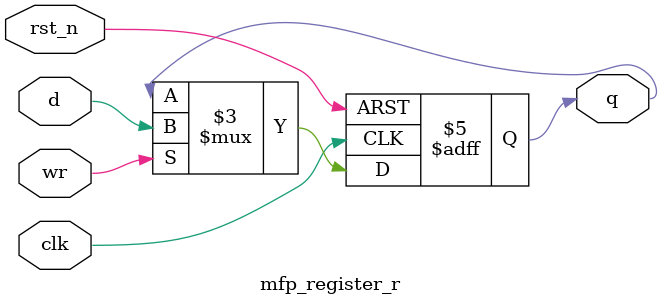
<source format=v>


module mfp_register_r
#(
    parameter WIDTH = 1
)(
    input                    clk,
    input                    rst_n,
    input      [ WIDTH-1:0 ] d,
    input                    wr,
    output reg [ WIDTH-1:0 ] q
);
    always @ (posedge clk or negedge rst_n)
        if(~rst_n)
            q <= { WIDTH { 1'b0 } };
        else
            if(wr) q <= d;
endmodule

</source>
